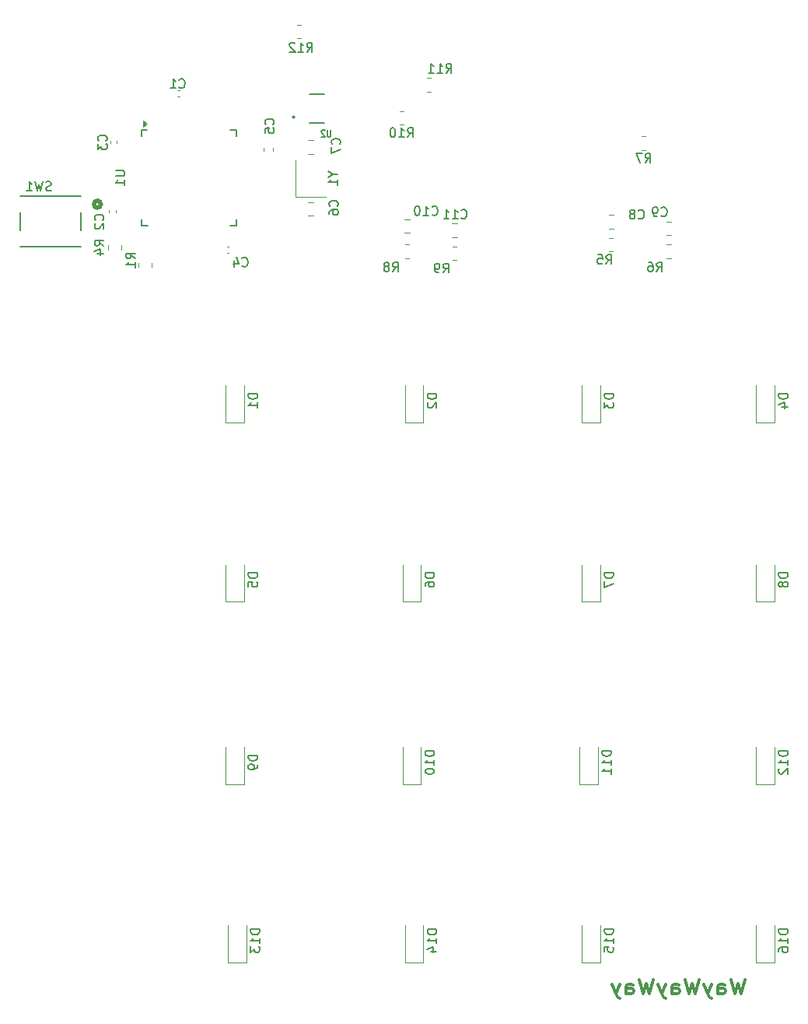
<source format=gbr>
%TF.GenerationSoftware,KiCad,Pcbnew,9.0.0*%
%TF.CreationDate,2025-06-12T15:56:33-06:00*%
%TF.ProjectId,final_macropad,66696e61-6c5f-46d6-9163-726f7061642e,rev?*%
%TF.SameCoordinates,Original*%
%TF.FileFunction,Legend,Bot*%
%TF.FilePolarity,Positive*%
%FSLAX46Y46*%
G04 Gerber Fmt 4.6, Leading zero omitted, Abs format (unit mm)*
G04 Created by KiCad (PCBNEW 9.0.0) date 2025-06-12 15:56:33*
%MOMM*%
%LPD*%
G01*
G04 APERTURE LIST*
%ADD10C,0.300000*%
%ADD11C,0.150000*%
%ADD12C,0.120000*%
%ADD13C,0.152400*%
%ADD14C,0.508000*%
%ADD15C,0.127000*%
%ADD16C,0.200000*%
G04 APERTURE END LIST*
D10*
X110292632Y-131523828D02*
X109869298Y-133023828D01*
X109869298Y-133023828D02*
X109530632Y-131952400D01*
X109530632Y-131952400D02*
X109191965Y-133023828D01*
X109191965Y-133023828D02*
X108768632Y-131523828D01*
X107329298Y-133023828D02*
X107329298Y-132238114D01*
X107329298Y-132238114D02*
X107413965Y-132095257D01*
X107413965Y-132095257D02*
X107583298Y-132023828D01*
X107583298Y-132023828D02*
X107921965Y-132023828D01*
X107921965Y-132023828D02*
X108091298Y-132095257D01*
X107329298Y-132952400D02*
X107498632Y-133023828D01*
X107498632Y-133023828D02*
X107921965Y-133023828D01*
X107921965Y-133023828D02*
X108091298Y-132952400D01*
X108091298Y-132952400D02*
X108175965Y-132809542D01*
X108175965Y-132809542D02*
X108175965Y-132666685D01*
X108175965Y-132666685D02*
X108091298Y-132523828D01*
X108091298Y-132523828D02*
X107921965Y-132452400D01*
X107921965Y-132452400D02*
X107498632Y-132452400D01*
X107498632Y-132452400D02*
X107329298Y-132380971D01*
X106651965Y-132023828D02*
X106228631Y-133023828D01*
X105805298Y-132023828D02*
X106228631Y-133023828D01*
X106228631Y-133023828D02*
X106397965Y-133380971D01*
X106397965Y-133380971D02*
X106482631Y-133452400D01*
X106482631Y-133452400D02*
X106651965Y-133523828D01*
X105297298Y-131523828D02*
X104873964Y-133023828D01*
X104873964Y-133023828D02*
X104535298Y-131952400D01*
X104535298Y-131952400D02*
X104196631Y-133023828D01*
X104196631Y-133023828D02*
X103773298Y-131523828D01*
X102333964Y-133023828D02*
X102333964Y-132238114D01*
X102333964Y-132238114D02*
X102418631Y-132095257D01*
X102418631Y-132095257D02*
X102587964Y-132023828D01*
X102587964Y-132023828D02*
X102926631Y-132023828D01*
X102926631Y-132023828D02*
X103095964Y-132095257D01*
X102333964Y-132952400D02*
X102503298Y-133023828D01*
X102503298Y-133023828D02*
X102926631Y-133023828D01*
X102926631Y-133023828D02*
X103095964Y-132952400D01*
X103095964Y-132952400D02*
X103180631Y-132809542D01*
X103180631Y-132809542D02*
X103180631Y-132666685D01*
X103180631Y-132666685D02*
X103095964Y-132523828D01*
X103095964Y-132523828D02*
X102926631Y-132452400D01*
X102926631Y-132452400D02*
X102503298Y-132452400D01*
X102503298Y-132452400D02*
X102333964Y-132380971D01*
X101656631Y-132023828D02*
X101233297Y-133023828D01*
X100809964Y-132023828D02*
X101233297Y-133023828D01*
X101233297Y-133023828D02*
X101402631Y-133380971D01*
X101402631Y-133380971D02*
X101487297Y-133452400D01*
X101487297Y-133452400D02*
X101656631Y-133523828D01*
X100301964Y-131523828D02*
X99878630Y-133023828D01*
X99878630Y-133023828D02*
X99539964Y-131952400D01*
X99539964Y-131952400D02*
X99201297Y-133023828D01*
X99201297Y-133023828D02*
X98777964Y-131523828D01*
X97338630Y-133023828D02*
X97338630Y-132238114D01*
X97338630Y-132238114D02*
X97423297Y-132095257D01*
X97423297Y-132095257D02*
X97592630Y-132023828D01*
X97592630Y-132023828D02*
X97931297Y-132023828D01*
X97931297Y-132023828D02*
X98100630Y-132095257D01*
X97338630Y-132952400D02*
X97507964Y-133023828D01*
X97507964Y-133023828D02*
X97931297Y-133023828D01*
X97931297Y-133023828D02*
X98100630Y-132952400D01*
X98100630Y-132952400D02*
X98185297Y-132809542D01*
X98185297Y-132809542D02*
X98185297Y-132666685D01*
X98185297Y-132666685D02*
X98100630Y-132523828D01*
X98100630Y-132523828D02*
X97931297Y-132452400D01*
X97931297Y-132452400D02*
X97507964Y-132452400D01*
X97507964Y-132452400D02*
X97338630Y-132380971D01*
X96661297Y-132023828D02*
X96237963Y-133023828D01*
X95814630Y-132023828D02*
X96237963Y-133023828D01*
X96237963Y-133023828D02*
X96407297Y-133380971D01*
X96407297Y-133380971D02*
X96491963Y-133452400D01*
X96491963Y-133452400D02*
X96661297Y-133523828D01*
D11*
X65891580Y-47331333D02*
X65939200Y-47283714D01*
X65939200Y-47283714D02*
X65986819Y-47140857D01*
X65986819Y-47140857D02*
X65986819Y-47045619D01*
X65986819Y-47045619D02*
X65939200Y-46902762D01*
X65939200Y-46902762D02*
X65843961Y-46807524D01*
X65843961Y-46807524D02*
X65748723Y-46759905D01*
X65748723Y-46759905D02*
X65558247Y-46712286D01*
X65558247Y-46712286D02*
X65415390Y-46712286D01*
X65415390Y-46712286D02*
X65224914Y-46759905D01*
X65224914Y-46759905D02*
X65129676Y-46807524D01*
X65129676Y-46807524D02*
X65034438Y-46902762D01*
X65034438Y-46902762D02*
X64986819Y-47045619D01*
X64986819Y-47045619D02*
X64986819Y-47140857D01*
X64986819Y-47140857D02*
X65034438Y-47283714D01*
X65034438Y-47283714D02*
X65082057Y-47331333D01*
X64986819Y-48188476D02*
X64986819Y-47998000D01*
X64986819Y-47998000D02*
X65034438Y-47902762D01*
X65034438Y-47902762D02*
X65082057Y-47855143D01*
X65082057Y-47855143D02*
X65224914Y-47759905D01*
X65224914Y-47759905D02*
X65415390Y-47712286D01*
X65415390Y-47712286D02*
X65796342Y-47712286D01*
X65796342Y-47712286D02*
X65891580Y-47759905D01*
X65891580Y-47759905D02*
X65939200Y-47807524D01*
X65939200Y-47807524D02*
X65986819Y-47902762D01*
X65986819Y-47902762D02*
X65986819Y-48093238D01*
X65986819Y-48093238D02*
X65939200Y-48188476D01*
X65939200Y-48188476D02*
X65891580Y-48236095D01*
X65891580Y-48236095D02*
X65796342Y-48283714D01*
X65796342Y-48283714D02*
X65558247Y-48283714D01*
X65558247Y-48283714D02*
X65463009Y-48236095D01*
X65463009Y-48236095D02*
X65415390Y-48188476D01*
X65415390Y-48188476D02*
X65367771Y-48093238D01*
X65367771Y-48093238D02*
X65367771Y-47902762D01*
X65367771Y-47902762D02*
X65415390Y-47807524D01*
X65415390Y-47807524D02*
X65463009Y-47759905D01*
X65463009Y-47759905D02*
X65558247Y-47712286D01*
X66145580Y-40600333D02*
X66193200Y-40552714D01*
X66193200Y-40552714D02*
X66240819Y-40409857D01*
X66240819Y-40409857D02*
X66240819Y-40314619D01*
X66240819Y-40314619D02*
X66193200Y-40171762D01*
X66193200Y-40171762D02*
X66097961Y-40076524D01*
X66097961Y-40076524D02*
X66002723Y-40028905D01*
X66002723Y-40028905D02*
X65812247Y-39981286D01*
X65812247Y-39981286D02*
X65669390Y-39981286D01*
X65669390Y-39981286D02*
X65478914Y-40028905D01*
X65478914Y-40028905D02*
X65383676Y-40076524D01*
X65383676Y-40076524D02*
X65288438Y-40171762D01*
X65288438Y-40171762D02*
X65240819Y-40314619D01*
X65240819Y-40314619D02*
X65240819Y-40409857D01*
X65240819Y-40409857D02*
X65288438Y-40552714D01*
X65288438Y-40552714D02*
X65336057Y-40600333D01*
X65240819Y-40933667D02*
X65240819Y-41600333D01*
X65240819Y-41600333D02*
X66240819Y-41171762D01*
X58906580Y-38441333D02*
X58954200Y-38393714D01*
X58954200Y-38393714D02*
X59001819Y-38250857D01*
X59001819Y-38250857D02*
X59001819Y-38155619D01*
X59001819Y-38155619D02*
X58954200Y-38012762D01*
X58954200Y-38012762D02*
X58858961Y-37917524D01*
X58858961Y-37917524D02*
X58763723Y-37869905D01*
X58763723Y-37869905D02*
X58573247Y-37822286D01*
X58573247Y-37822286D02*
X58430390Y-37822286D01*
X58430390Y-37822286D02*
X58239914Y-37869905D01*
X58239914Y-37869905D02*
X58144676Y-37917524D01*
X58144676Y-37917524D02*
X58049438Y-38012762D01*
X58049438Y-38012762D02*
X58001819Y-38155619D01*
X58001819Y-38155619D02*
X58001819Y-38250857D01*
X58001819Y-38250857D02*
X58049438Y-38393714D01*
X58049438Y-38393714D02*
X58097057Y-38441333D01*
X58001819Y-39346095D02*
X58001819Y-38869905D01*
X58001819Y-38869905D02*
X58478009Y-38822286D01*
X58478009Y-38822286D02*
X58430390Y-38869905D01*
X58430390Y-38869905D02*
X58382771Y-38965143D01*
X58382771Y-38965143D02*
X58382771Y-39203238D01*
X58382771Y-39203238D02*
X58430390Y-39298476D01*
X58430390Y-39298476D02*
X58478009Y-39346095D01*
X58478009Y-39346095D02*
X58573247Y-39393714D01*
X58573247Y-39393714D02*
X58811342Y-39393714D01*
X58811342Y-39393714D02*
X58906580Y-39346095D01*
X58906580Y-39346095D02*
X58954200Y-39298476D01*
X58954200Y-39298476D02*
X59001819Y-39203238D01*
X59001819Y-39203238D02*
X59001819Y-38965143D01*
X59001819Y-38965143D02*
X58954200Y-38869905D01*
X58954200Y-38869905D02*
X58906580Y-38822286D01*
X73540857Y-39823819D02*
X73874190Y-39347628D01*
X74112285Y-39823819D02*
X74112285Y-38823819D01*
X74112285Y-38823819D02*
X73731333Y-38823819D01*
X73731333Y-38823819D02*
X73636095Y-38871438D01*
X73636095Y-38871438D02*
X73588476Y-38919057D01*
X73588476Y-38919057D02*
X73540857Y-39014295D01*
X73540857Y-39014295D02*
X73540857Y-39157152D01*
X73540857Y-39157152D02*
X73588476Y-39252390D01*
X73588476Y-39252390D02*
X73636095Y-39300009D01*
X73636095Y-39300009D02*
X73731333Y-39347628D01*
X73731333Y-39347628D02*
X74112285Y-39347628D01*
X72588476Y-39823819D02*
X73159904Y-39823819D01*
X72874190Y-39823819D02*
X72874190Y-38823819D01*
X72874190Y-38823819D02*
X72969428Y-38966676D01*
X72969428Y-38966676D02*
X73064666Y-39061914D01*
X73064666Y-39061914D02*
X73159904Y-39109533D01*
X71969428Y-38823819D02*
X71874190Y-38823819D01*
X71874190Y-38823819D02*
X71778952Y-38871438D01*
X71778952Y-38871438D02*
X71731333Y-38919057D01*
X71731333Y-38919057D02*
X71683714Y-39014295D01*
X71683714Y-39014295D02*
X71636095Y-39204771D01*
X71636095Y-39204771D02*
X71636095Y-39442866D01*
X71636095Y-39442866D02*
X71683714Y-39633342D01*
X71683714Y-39633342D02*
X71731333Y-39728580D01*
X71731333Y-39728580D02*
X71778952Y-39776200D01*
X71778952Y-39776200D02*
X71874190Y-39823819D01*
X71874190Y-39823819D02*
X71969428Y-39823819D01*
X71969428Y-39823819D02*
X72064666Y-39776200D01*
X72064666Y-39776200D02*
X72112285Y-39728580D01*
X72112285Y-39728580D02*
X72159904Y-39633342D01*
X72159904Y-39633342D02*
X72207523Y-39442866D01*
X72207523Y-39442866D02*
X72207523Y-39204771D01*
X72207523Y-39204771D02*
X72159904Y-39014295D01*
X72159904Y-39014295D02*
X72112285Y-38919057D01*
X72112285Y-38919057D02*
X72064666Y-38871438D01*
X72064666Y-38871438D02*
X71969428Y-38823819D01*
X57204819Y-107111905D02*
X56204819Y-107111905D01*
X56204819Y-107111905D02*
X56204819Y-107350000D01*
X56204819Y-107350000D02*
X56252438Y-107492857D01*
X56252438Y-107492857D02*
X56347676Y-107588095D01*
X56347676Y-107588095D02*
X56442914Y-107635714D01*
X56442914Y-107635714D02*
X56633390Y-107683333D01*
X56633390Y-107683333D02*
X56776247Y-107683333D01*
X56776247Y-107683333D02*
X56966723Y-107635714D01*
X56966723Y-107635714D02*
X57061961Y-107588095D01*
X57061961Y-107588095D02*
X57157200Y-107492857D01*
X57157200Y-107492857D02*
X57204819Y-107350000D01*
X57204819Y-107350000D02*
X57204819Y-107111905D01*
X57204819Y-108159524D02*
X57204819Y-108350000D01*
X57204819Y-108350000D02*
X57157200Y-108445238D01*
X57157200Y-108445238D02*
X57109580Y-108492857D01*
X57109580Y-108492857D02*
X56966723Y-108588095D01*
X56966723Y-108588095D02*
X56776247Y-108635714D01*
X56776247Y-108635714D02*
X56395295Y-108635714D01*
X56395295Y-108635714D02*
X56300057Y-108588095D01*
X56300057Y-108588095D02*
X56252438Y-108540476D01*
X56252438Y-108540476D02*
X56204819Y-108445238D01*
X56204819Y-108445238D02*
X56204819Y-108254762D01*
X56204819Y-108254762D02*
X56252438Y-108159524D01*
X56252438Y-108159524D02*
X56300057Y-108111905D01*
X56300057Y-108111905D02*
X56395295Y-108064286D01*
X56395295Y-108064286D02*
X56633390Y-108064286D01*
X56633390Y-108064286D02*
X56728628Y-108111905D01*
X56728628Y-108111905D02*
X56776247Y-108159524D01*
X56776247Y-108159524D02*
X56823866Y-108254762D01*
X56823866Y-108254762D02*
X56823866Y-108445238D01*
X56823866Y-108445238D02*
X56776247Y-108540476D01*
X56776247Y-108540476D02*
X56728628Y-108588095D01*
X56728628Y-108588095D02*
X56633390Y-108635714D01*
X79392857Y-48609580D02*
X79440476Y-48657200D01*
X79440476Y-48657200D02*
X79583333Y-48704819D01*
X79583333Y-48704819D02*
X79678571Y-48704819D01*
X79678571Y-48704819D02*
X79821428Y-48657200D01*
X79821428Y-48657200D02*
X79916666Y-48561961D01*
X79916666Y-48561961D02*
X79964285Y-48466723D01*
X79964285Y-48466723D02*
X80011904Y-48276247D01*
X80011904Y-48276247D02*
X80011904Y-48133390D01*
X80011904Y-48133390D02*
X79964285Y-47942914D01*
X79964285Y-47942914D02*
X79916666Y-47847676D01*
X79916666Y-47847676D02*
X79821428Y-47752438D01*
X79821428Y-47752438D02*
X79678571Y-47704819D01*
X79678571Y-47704819D02*
X79583333Y-47704819D01*
X79583333Y-47704819D02*
X79440476Y-47752438D01*
X79440476Y-47752438D02*
X79392857Y-47800057D01*
X78440476Y-48704819D02*
X79011904Y-48704819D01*
X78726190Y-48704819D02*
X78726190Y-47704819D01*
X78726190Y-47704819D02*
X78821428Y-47847676D01*
X78821428Y-47847676D02*
X78916666Y-47942914D01*
X78916666Y-47942914D02*
X79011904Y-47990533D01*
X77488095Y-48704819D02*
X78059523Y-48704819D01*
X77773809Y-48704819D02*
X77773809Y-47704819D01*
X77773809Y-47704819D02*
X77869047Y-47847676D01*
X77869047Y-47847676D02*
X77964285Y-47942914D01*
X77964285Y-47942914D02*
X78059523Y-47990533D01*
X95954819Y-87261905D02*
X94954819Y-87261905D01*
X94954819Y-87261905D02*
X94954819Y-87500000D01*
X94954819Y-87500000D02*
X95002438Y-87642857D01*
X95002438Y-87642857D02*
X95097676Y-87738095D01*
X95097676Y-87738095D02*
X95192914Y-87785714D01*
X95192914Y-87785714D02*
X95383390Y-87833333D01*
X95383390Y-87833333D02*
X95526247Y-87833333D01*
X95526247Y-87833333D02*
X95716723Y-87785714D01*
X95716723Y-87785714D02*
X95811961Y-87738095D01*
X95811961Y-87738095D02*
X95907200Y-87642857D01*
X95907200Y-87642857D02*
X95954819Y-87500000D01*
X95954819Y-87500000D02*
X95954819Y-87261905D01*
X94954819Y-88166667D02*
X94954819Y-88833333D01*
X94954819Y-88833333D02*
X95954819Y-88404762D01*
X40728580Y-40219333D02*
X40776200Y-40171714D01*
X40776200Y-40171714D02*
X40823819Y-40028857D01*
X40823819Y-40028857D02*
X40823819Y-39933619D01*
X40823819Y-39933619D02*
X40776200Y-39790762D01*
X40776200Y-39790762D02*
X40680961Y-39695524D01*
X40680961Y-39695524D02*
X40585723Y-39647905D01*
X40585723Y-39647905D02*
X40395247Y-39600286D01*
X40395247Y-39600286D02*
X40252390Y-39600286D01*
X40252390Y-39600286D02*
X40061914Y-39647905D01*
X40061914Y-39647905D02*
X39966676Y-39695524D01*
X39966676Y-39695524D02*
X39871438Y-39790762D01*
X39871438Y-39790762D02*
X39823819Y-39933619D01*
X39823819Y-39933619D02*
X39823819Y-40028857D01*
X39823819Y-40028857D02*
X39871438Y-40171714D01*
X39871438Y-40171714D02*
X39919057Y-40219333D01*
X39823819Y-40552667D02*
X39823819Y-41171714D01*
X39823819Y-41171714D02*
X40204771Y-40838381D01*
X40204771Y-40838381D02*
X40204771Y-40981238D01*
X40204771Y-40981238D02*
X40252390Y-41076476D01*
X40252390Y-41076476D02*
X40300009Y-41124095D01*
X40300009Y-41124095D02*
X40395247Y-41171714D01*
X40395247Y-41171714D02*
X40633342Y-41171714D01*
X40633342Y-41171714D02*
X40728580Y-41124095D01*
X40728580Y-41124095D02*
X40776200Y-41076476D01*
X40776200Y-41076476D02*
X40823819Y-40981238D01*
X40823819Y-40981238D02*
X40823819Y-40695524D01*
X40823819Y-40695524D02*
X40776200Y-40600286D01*
X40776200Y-40600286D02*
X40728580Y-40552667D01*
X71916666Y-54454819D02*
X72249999Y-53978628D01*
X72488094Y-54454819D02*
X72488094Y-53454819D01*
X72488094Y-53454819D02*
X72107142Y-53454819D01*
X72107142Y-53454819D02*
X72011904Y-53502438D01*
X72011904Y-53502438D02*
X71964285Y-53550057D01*
X71964285Y-53550057D02*
X71916666Y-53645295D01*
X71916666Y-53645295D02*
X71916666Y-53788152D01*
X71916666Y-53788152D02*
X71964285Y-53883390D01*
X71964285Y-53883390D02*
X72011904Y-53931009D01*
X72011904Y-53931009D02*
X72107142Y-53978628D01*
X72107142Y-53978628D02*
X72488094Y-53978628D01*
X71345237Y-53883390D02*
X71440475Y-53835771D01*
X71440475Y-53835771D02*
X71488094Y-53788152D01*
X71488094Y-53788152D02*
X71535713Y-53692914D01*
X71535713Y-53692914D02*
X71535713Y-53645295D01*
X71535713Y-53645295D02*
X71488094Y-53550057D01*
X71488094Y-53550057D02*
X71440475Y-53502438D01*
X71440475Y-53502438D02*
X71345237Y-53454819D01*
X71345237Y-53454819D02*
X71154761Y-53454819D01*
X71154761Y-53454819D02*
X71059523Y-53502438D01*
X71059523Y-53502438D02*
X71011904Y-53550057D01*
X71011904Y-53550057D02*
X70964285Y-53645295D01*
X70964285Y-53645295D02*
X70964285Y-53692914D01*
X70964285Y-53692914D02*
X71011904Y-53788152D01*
X71011904Y-53788152D02*
X71059523Y-53835771D01*
X71059523Y-53835771D02*
X71154761Y-53883390D01*
X71154761Y-53883390D02*
X71345237Y-53883390D01*
X71345237Y-53883390D02*
X71440475Y-53931009D01*
X71440475Y-53931009D02*
X71488094Y-53978628D01*
X71488094Y-53978628D02*
X71535713Y-54073866D01*
X71535713Y-54073866D02*
X71535713Y-54264342D01*
X71535713Y-54264342D02*
X71488094Y-54359580D01*
X71488094Y-54359580D02*
X71440475Y-54407200D01*
X71440475Y-54407200D02*
X71345237Y-54454819D01*
X71345237Y-54454819D02*
X71154761Y-54454819D01*
X71154761Y-54454819D02*
X71059523Y-54407200D01*
X71059523Y-54407200D02*
X71011904Y-54359580D01*
X71011904Y-54359580D02*
X70964285Y-54264342D01*
X70964285Y-54264342D02*
X70964285Y-54073866D01*
X70964285Y-54073866D02*
X71011904Y-53978628D01*
X71011904Y-53978628D02*
X71059523Y-53931009D01*
X71059523Y-53931009D02*
X71154761Y-53883390D01*
X99416666Y-42604819D02*
X99749999Y-42128628D01*
X99988094Y-42604819D02*
X99988094Y-41604819D01*
X99988094Y-41604819D02*
X99607142Y-41604819D01*
X99607142Y-41604819D02*
X99511904Y-41652438D01*
X99511904Y-41652438D02*
X99464285Y-41700057D01*
X99464285Y-41700057D02*
X99416666Y-41795295D01*
X99416666Y-41795295D02*
X99416666Y-41938152D01*
X99416666Y-41938152D02*
X99464285Y-42033390D01*
X99464285Y-42033390D02*
X99511904Y-42081009D01*
X99511904Y-42081009D02*
X99607142Y-42128628D01*
X99607142Y-42128628D02*
X99988094Y-42128628D01*
X99083332Y-41604819D02*
X98416666Y-41604819D01*
X98416666Y-41604819D02*
X98845237Y-42604819D01*
X57204819Y-67761905D02*
X56204819Y-67761905D01*
X56204819Y-67761905D02*
X56204819Y-68000000D01*
X56204819Y-68000000D02*
X56252438Y-68142857D01*
X56252438Y-68142857D02*
X56347676Y-68238095D01*
X56347676Y-68238095D02*
X56442914Y-68285714D01*
X56442914Y-68285714D02*
X56633390Y-68333333D01*
X56633390Y-68333333D02*
X56776247Y-68333333D01*
X56776247Y-68333333D02*
X56966723Y-68285714D01*
X56966723Y-68285714D02*
X57061961Y-68238095D01*
X57061961Y-68238095D02*
X57157200Y-68142857D01*
X57157200Y-68142857D02*
X57204819Y-68000000D01*
X57204819Y-68000000D02*
X57204819Y-67761905D01*
X57204819Y-69285714D02*
X57204819Y-68714286D01*
X57204819Y-69000000D02*
X56204819Y-69000000D01*
X56204819Y-69000000D02*
X56347676Y-68904762D01*
X56347676Y-68904762D02*
X56442914Y-68809524D01*
X56442914Y-68809524D02*
X56490533Y-68714286D01*
X41754819Y-43488095D02*
X42564342Y-43488095D01*
X42564342Y-43488095D02*
X42659580Y-43535714D01*
X42659580Y-43535714D02*
X42707200Y-43583333D01*
X42707200Y-43583333D02*
X42754819Y-43678571D01*
X42754819Y-43678571D02*
X42754819Y-43869047D01*
X42754819Y-43869047D02*
X42707200Y-43964285D01*
X42707200Y-43964285D02*
X42659580Y-44011904D01*
X42659580Y-44011904D02*
X42564342Y-44059523D01*
X42564342Y-44059523D02*
X41754819Y-44059523D01*
X42754819Y-45059523D02*
X42754819Y-44488095D01*
X42754819Y-44773809D02*
X41754819Y-44773809D01*
X41754819Y-44773809D02*
X41897676Y-44678571D01*
X41897676Y-44678571D02*
X41992914Y-44583333D01*
X41992914Y-44583333D02*
X42040533Y-44488095D01*
X57454819Y-126035714D02*
X56454819Y-126035714D01*
X56454819Y-126035714D02*
X56454819Y-126273809D01*
X56454819Y-126273809D02*
X56502438Y-126416666D01*
X56502438Y-126416666D02*
X56597676Y-126511904D01*
X56597676Y-126511904D02*
X56692914Y-126559523D01*
X56692914Y-126559523D02*
X56883390Y-126607142D01*
X56883390Y-126607142D02*
X57026247Y-126607142D01*
X57026247Y-126607142D02*
X57216723Y-126559523D01*
X57216723Y-126559523D02*
X57311961Y-126511904D01*
X57311961Y-126511904D02*
X57407200Y-126416666D01*
X57407200Y-126416666D02*
X57454819Y-126273809D01*
X57454819Y-126273809D02*
X57454819Y-126035714D01*
X57454819Y-127559523D02*
X57454819Y-126988095D01*
X57454819Y-127273809D02*
X56454819Y-127273809D01*
X56454819Y-127273809D02*
X56597676Y-127178571D01*
X56597676Y-127178571D02*
X56692914Y-127083333D01*
X56692914Y-127083333D02*
X56740533Y-126988095D01*
X56454819Y-127892857D02*
X56454819Y-128511904D01*
X56454819Y-128511904D02*
X56835771Y-128178571D01*
X56835771Y-128178571D02*
X56835771Y-128321428D01*
X56835771Y-128321428D02*
X56883390Y-128416666D01*
X56883390Y-128416666D02*
X56931009Y-128464285D01*
X56931009Y-128464285D02*
X57026247Y-128511904D01*
X57026247Y-128511904D02*
X57264342Y-128511904D01*
X57264342Y-128511904D02*
X57359580Y-128464285D01*
X57359580Y-128464285D02*
X57407200Y-128416666D01*
X57407200Y-128416666D02*
X57454819Y-128321428D01*
X57454819Y-128321428D02*
X57454819Y-128035714D01*
X57454819Y-128035714D02*
X57407200Y-127940476D01*
X57407200Y-127940476D02*
X57359580Y-127892857D01*
X114954819Y-87261905D02*
X113954819Y-87261905D01*
X113954819Y-87261905D02*
X113954819Y-87500000D01*
X113954819Y-87500000D02*
X114002438Y-87642857D01*
X114002438Y-87642857D02*
X114097676Y-87738095D01*
X114097676Y-87738095D02*
X114192914Y-87785714D01*
X114192914Y-87785714D02*
X114383390Y-87833333D01*
X114383390Y-87833333D02*
X114526247Y-87833333D01*
X114526247Y-87833333D02*
X114716723Y-87785714D01*
X114716723Y-87785714D02*
X114811961Y-87738095D01*
X114811961Y-87738095D02*
X114907200Y-87642857D01*
X114907200Y-87642857D02*
X114954819Y-87500000D01*
X114954819Y-87500000D02*
X114954819Y-87261905D01*
X114383390Y-88404762D02*
X114335771Y-88309524D01*
X114335771Y-88309524D02*
X114288152Y-88261905D01*
X114288152Y-88261905D02*
X114192914Y-88214286D01*
X114192914Y-88214286D02*
X114145295Y-88214286D01*
X114145295Y-88214286D02*
X114050057Y-88261905D01*
X114050057Y-88261905D02*
X114002438Y-88309524D01*
X114002438Y-88309524D02*
X113954819Y-88404762D01*
X113954819Y-88404762D02*
X113954819Y-88595238D01*
X113954819Y-88595238D02*
X114002438Y-88690476D01*
X114002438Y-88690476D02*
X114050057Y-88738095D01*
X114050057Y-88738095D02*
X114145295Y-88785714D01*
X114145295Y-88785714D02*
X114192914Y-88785714D01*
X114192914Y-88785714D02*
X114288152Y-88738095D01*
X114288152Y-88738095D02*
X114335771Y-88690476D01*
X114335771Y-88690476D02*
X114383390Y-88595238D01*
X114383390Y-88595238D02*
X114383390Y-88404762D01*
X114383390Y-88404762D02*
X114431009Y-88309524D01*
X114431009Y-88309524D02*
X114478628Y-88261905D01*
X114478628Y-88261905D02*
X114573866Y-88214286D01*
X114573866Y-88214286D02*
X114764342Y-88214286D01*
X114764342Y-88214286D02*
X114859580Y-88261905D01*
X114859580Y-88261905D02*
X114907200Y-88309524D01*
X114907200Y-88309524D02*
X114954819Y-88404762D01*
X114954819Y-88404762D02*
X114954819Y-88595238D01*
X114954819Y-88595238D02*
X114907200Y-88690476D01*
X114907200Y-88690476D02*
X114859580Y-88738095D01*
X114859580Y-88738095D02*
X114764342Y-88785714D01*
X114764342Y-88785714D02*
X114573866Y-88785714D01*
X114573866Y-88785714D02*
X114478628Y-88738095D01*
X114478628Y-88738095D02*
X114431009Y-88690476D01*
X114431009Y-88690476D02*
X114383390Y-88595238D01*
X77416666Y-54567319D02*
X77749999Y-54091128D01*
X77988094Y-54567319D02*
X77988094Y-53567319D01*
X77988094Y-53567319D02*
X77607142Y-53567319D01*
X77607142Y-53567319D02*
X77511904Y-53614938D01*
X77511904Y-53614938D02*
X77464285Y-53662557D01*
X77464285Y-53662557D02*
X77416666Y-53757795D01*
X77416666Y-53757795D02*
X77416666Y-53900652D01*
X77416666Y-53900652D02*
X77464285Y-53995890D01*
X77464285Y-53995890D02*
X77511904Y-54043509D01*
X77511904Y-54043509D02*
X77607142Y-54091128D01*
X77607142Y-54091128D02*
X77988094Y-54091128D01*
X76940475Y-54567319D02*
X76749999Y-54567319D01*
X76749999Y-54567319D02*
X76654761Y-54519700D01*
X76654761Y-54519700D02*
X76607142Y-54472080D01*
X76607142Y-54472080D02*
X76511904Y-54329223D01*
X76511904Y-54329223D02*
X76464285Y-54138747D01*
X76464285Y-54138747D02*
X76464285Y-53757795D01*
X76464285Y-53757795D02*
X76511904Y-53662557D01*
X76511904Y-53662557D02*
X76559523Y-53614938D01*
X76559523Y-53614938D02*
X76654761Y-53567319D01*
X76654761Y-53567319D02*
X76845237Y-53567319D01*
X76845237Y-53567319D02*
X76940475Y-53614938D01*
X76940475Y-53614938D02*
X76988094Y-53662557D01*
X76988094Y-53662557D02*
X77035713Y-53757795D01*
X77035713Y-53757795D02*
X77035713Y-53995890D01*
X77035713Y-53995890D02*
X76988094Y-54091128D01*
X76988094Y-54091128D02*
X76940475Y-54138747D01*
X76940475Y-54138747D02*
X76845237Y-54186366D01*
X76845237Y-54186366D02*
X76654761Y-54186366D01*
X76654761Y-54186366D02*
X76559523Y-54138747D01*
X76559523Y-54138747D02*
X76511904Y-54091128D01*
X76511904Y-54091128D02*
X76464285Y-53995890D01*
X95954819Y-126035714D02*
X94954819Y-126035714D01*
X94954819Y-126035714D02*
X94954819Y-126273809D01*
X94954819Y-126273809D02*
X95002438Y-126416666D01*
X95002438Y-126416666D02*
X95097676Y-126511904D01*
X95097676Y-126511904D02*
X95192914Y-126559523D01*
X95192914Y-126559523D02*
X95383390Y-126607142D01*
X95383390Y-126607142D02*
X95526247Y-126607142D01*
X95526247Y-126607142D02*
X95716723Y-126559523D01*
X95716723Y-126559523D02*
X95811961Y-126511904D01*
X95811961Y-126511904D02*
X95907200Y-126416666D01*
X95907200Y-126416666D02*
X95954819Y-126273809D01*
X95954819Y-126273809D02*
X95954819Y-126035714D01*
X95954819Y-127559523D02*
X95954819Y-126988095D01*
X95954819Y-127273809D02*
X94954819Y-127273809D01*
X94954819Y-127273809D02*
X95097676Y-127178571D01*
X95097676Y-127178571D02*
X95192914Y-127083333D01*
X95192914Y-127083333D02*
X95240533Y-126988095D01*
X94954819Y-128464285D02*
X94954819Y-127988095D01*
X94954819Y-127988095D02*
X95431009Y-127940476D01*
X95431009Y-127940476D02*
X95383390Y-127988095D01*
X95383390Y-127988095D02*
X95335771Y-128083333D01*
X95335771Y-128083333D02*
X95335771Y-128321428D01*
X95335771Y-128321428D02*
X95383390Y-128416666D01*
X95383390Y-128416666D02*
X95431009Y-128464285D01*
X95431009Y-128464285D02*
X95526247Y-128511904D01*
X95526247Y-128511904D02*
X95764342Y-128511904D01*
X95764342Y-128511904D02*
X95859580Y-128464285D01*
X95859580Y-128464285D02*
X95907200Y-128416666D01*
X95907200Y-128416666D02*
X95954819Y-128321428D01*
X95954819Y-128321428D02*
X95954819Y-128083333D01*
X95954819Y-128083333D02*
X95907200Y-127988095D01*
X95907200Y-127988095D02*
X95859580Y-127940476D01*
X76704819Y-67761905D02*
X75704819Y-67761905D01*
X75704819Y-67761905D02*
X75704819Y-68000000D01*
X75704819Y-68000000D02*
X75752438Y-68142857D01*
X75752438Y-68142857D02*
X75847676Y-68238095D01*
X75847676Y-68238095D02*
X75942914Y-68285714D01*
X75942914Y-68285714D02*
X76133390Y-68333333D01*
X76133390Y-68333333D02*
X76276247Y-68333333D01*
X76276247Y-68333333D02*
X76466723Y-68285714D01*
X76466723Y-68285714D02*
X76561961Y-68238095D01*
X76561961Y-68238095D02*
X76657200Y-68142857D01*
X76657200Y-68142857D02*
X76704819Y-68000000D01*
X76704819Y-68000000D02*
X76704819Y-67761905D01*
X75800057Y-68714286D02*
X75752438Y-68761905D01*
X75752438Y-68761905D02*
X75704819Y-68857143D01*
X75704819Y-68857143D02*
X75704819Y-69095238D01*
X75704819Y-69095238D02*
X75752438Y-69190476D01*
X75752438Y-69190476D02*
X75800057Y-69238095D01*
X75800057Y-69238095D02*
X75895295Y-69285714D01*
X75895295Y-69285714D02*
X75990533Y-69285714D01*
X75990533Y-69285714D02*
X76133390Y-69238095D01*
X76133390Y-69238095D02*
X76704819Y-68666667D01*
X76704819Y-68666667D02*
X76704819Y-69285714D01*
X114954819Y-126035714D02*
X113954819Y-126035714D01*
X113954819Y-126035714D02*
X113954819Y-126273809D01*
X113954819Y-126273809D02*
X114002438Y-126416666D01*
X114002438Y-126416666D02*
X114097676Y-126511904D01*
X114097676Y-126511904D02*
X114192914Y-126559523D01*
X114192914Y-126559523D02*
X114383390Y-126607142D01*
X114383390Y-126607142D02*
X114526247Y-126607142D01*
X114526247Y-126607142D02*
X114716723Y-126559523D01*
X114716723Y-126559523D02*
X114811961Y-126511904D01*
X114811961Y-126511904D02*
X114907200Y-126416666D01*
X114907200Y-126416666D02*
X114954819Y-126273809D01*
X114954819Y-126273809D02*
X114954819Y-126035714D01*
X114954819Y-127559523D02*
X114954819Y-126988095D01*
X114954819Y-127273809D02*
X113954819Y-127273809D01*
X113954819Y-127273809D02*
X114097676Y-127178571D01*
X114097676Y-127178571D02*
X114192914Y-127083333D01*
X114192914Y-127083333D02*
X114240533Y-126988095D01*
X113954819Y-128416666D02*
X113954819Y-128226190D01*
X113954819Y-128226190D02*
X114002438Y-128130952D01*
X114002438Y-128130952D02*
X114050057Y-128083333D01*
X114050057Y-128083333D02*
X114192914Y-127988095D01*
X114192914Y-127988095D02*
X114383390Y-127940476D01*
X114383390Y-127940476D02*
X114764342Y-127940476D01*
X114764342Y-127940476D02*
X114859580Y-127988095D01*
X114859580Y-127988095D02*
X114907200Y-128035714D01*
X114907200Y-128035714D02*
X114954819Y-128130952D01*
X114954819Y-128130952D02*
X114954819Y-128321428D01*
X114954819Y-128321428D02*
X114907200Y-128416666D01*
X114907200Y-128416666D02*
X114859580Y-128464285D01*
X114859580Y-128464285D02*
X114764342Y-128511904D01*
X114764342Y-128511904D02*
X114526247Y-128511904D01*
X114526247Y-128511904D02*
X114431009Y-128464285D01*
X114431009Y-128464285D02*
X114383390Y-128416666D01*
X114383390Y-128416666D02*
X114335771Y-128321428D01*
X114335771Y-128321428D02*
X114335771Y-128130952D01*
X114335771Y-128130952D02*
X114383390Y-128035714D01*
X114383390Y-128035714D02*
X114431009Y-127988095D01*
X114431009Y-127988095D02*
X114526247Y-127940476D01*
X55538666Y-53826580D02*
X55586285Y-53874200D01*
X55586285Y-53874200D02*
X55729142Y-53921819D01*
X55729142Y-53921819D02*
X55824380Y-53921819D01*
X55824380Y-53921819D02*
X55967237Y-53874200D01*
X55967237Y-53874200D02*
X56062475Y-53778961D01*
X56062475Y-53778961D02*
X56110094Y-53683723D01*
X56110094Y-53683723D02*
X56157713Y-53493247D01*
X56157713Y-53493247D02*
X56157713Y-53350390D01*
X56157713Y-53350390D02*
X56110094Y-53159914D01*
X56110094Y-53159914D02*
X56062475Y-53064676D01*
X56062475Y-53064676D02*
X55967237Y-52969438D01*
X55967237Y-52969438D02*
X55824380Y-52921819D01*
X55824380Y-52921819D02*
X55729142Y-52921819D01*
X55729142Y-52921819D02*
X55586285Y-52969438D01*
X55586285Y-52969438D02*
X55538666Y-53017057D01*
X54681523Y-53255152D02*
X54681523Y-53921819D01*
X54919618Y-52874200D02*
X55157713Y-53588485D01*
X55157713Y-53588485D02*
X54538666Y-53588485D01*
X114954819Y-67761905D02*
X113954819Y-67761905D01*
X113954819Y-67761905D02*
X113954819Y-68000000D01*
X113954819Y-68000000D02*
X114002438Y-68142857D01*
X114002438Y-68142857D02*
X114097676Y-68238095D01*
X114097676Y-68238095D02*
X114192914Y-68285714D01*
X114192914Y-68285714D02*
X114383390Y-68333333D01*
X114383390Y-68333333D02*
X114526247Y-68333333D01*
X114526247Y-68333333D02*
X114716723Y-68285714D01*
X114716723Y-68285714D02*
X114811961Y-68238095D01*
X114811961Y-68238095D02*
X114907200Y-68142857D01*
X114907200Y-68142857D02*
X114954819Y-68000000D01*
X114954819Y-68000000D02*
X114954819Y-67761905D01*
X114288152Y-69190476D02*
X114954819Y-69190476D01*
X113907200Y-68952381D02*
X114621485Y-68714286D01*
X114621485Y-68714286D02*
X114621485Y-69333333D01*
X34734332Y-45619200D02*
X34591475Y-45666819D01*
X34591475Y-45666819D02*
X34353380Y-45666819D01*
X34353380Y-45666819D02*
X34258142Y-45619200D01*
X34258142Y-45619200D02*
X34210523Y-45571580D01*
X34210523Y-45571580D02*
X34162904Y-45476342D01*
X34162904Y-45476342D02*
X34162904Y-45381104D01*
X34162904Y-45381104D02*
X34210523Y-45285866D01*
X34210523Y-45285866D02*
X34258142Y-45238247D01*
X34258142Y-45238247D02*
X34353380Y-45190628D01*
X34353380Y-45190628D02*
X34543856Y-45143009D01*
X34543856Y-45143009D02*
X34639094Y-45095390D01*
X34639094Y-45095390D02*
X34686713Y-45047771D01*
X34686713Y-45047771D02*
X34734332Y-44952533D01*
X34734332Y-44952533D02*
X34734332Y-44857295D01*
X34734332Y-44857295D02*
X34686713Y-44762057D01*
X34686713Y-44762057D02*
X34639094Y-44714438D01*
X34639094Y-44714438D02*
X34543856Y-44666819D01*
X34543856Y-44666819D02*
X34305761Y-44666819D01*
X34305761Y-44666819D02*
X34162904Y-44714438D01*
X33829570Y-44666819D02*
X33591475Y-45666819D01*
X33591475Y-45666819D02*
X33400999Y-44952533D01*
X33400999Y-44952533D02*
X33210523Y-45666819D01*
X33210523Y-45666819D02*
X32972428Y-44666819D01*
X32067666Y-45666819D02*
X32639094Y-45666819D01*
X32353380Y-45666819D02*
X32353380Y-44666819D01*
X32353380Y-44666819D02*
X32448618Y-44809676D01*
X32448618Y-44809676D02*
X32543856Y-44904914D01*
X32543856Y-44904914D02*
X32639094Y-44952533D01*
X76207857Y-48238580D02*
X76255476Y-48286200D01*
X76255476Y-48286200D02*
X76398333Y-48333819D01*
X76398333Y-48333819D02*
X76493571Y-48333819D01*
X76493571Y-48333819D02*
X76636428Y-48286200D01*
X76636428Y-48286200D02*
X76731666Y-48190961D01*
X76731666Y-48190961D02*
X76779285Y-48095723D01*
X76779285Y-48095723D02*
X76826904Y-47905247D01*
X76826904Y-47905247D02*
X76826904Y-47762390D01*
X76826904Y-47762390D02*
X76779285Y-47571914D01*
X76779285Y-47571914D02*
X76731666Y-47476676D01*
X76731666Y-47476676D02*
X76636428Y-47381438D01*
X76636428Y-47381438D02*
X76493571Y-47333819D01*
X76493571Y-47333819D02*
X76398333Y-47333819D01*
X76398333Y-47333819D02*
X76255476Y-47381438D01*
X76255476Y-47381438D02*
X76207857Y-47429057D01*
X75255476Y-48333819D02*
X75826904Y-48333819D01*
X75541190Y-48333819D02*
X75541190Y-47333819D01*
X75541190Y-47333819D02*
X75636428Y-47476676D01*
X75636428Y-47476676D02*
X75731666Y-47571914D01*
X75731666Y-47571914D02*
X75826904Y-47619533D01*
X74636428Y-47333819D02*
X74541190Y-47333819D01*
X74541190Y-47333819D02*
X74445952Y-47381438D01*
X74445952Y-47381438D02*
X74398333Y-47429057D01*
X74398333Y-47429057D02*
X74350714Y-47524295D01*
X74350714Y-47524295D02*
X74303095Y-47714771D01*
X74303095Y-47714771D02*
X74303095Y-47952866D01*
X74303095Y-47952866D02*
X74350714Y-48143342D01*
X74350714Y-48143342D02*
X74398333Y-48238580D01*
X74398333Y-48238580D02*
X74445952Y-48286200D01*
X74445952Y-48286200D02*
X74541190Y-48333819D01*
X74541190Y-48333819D02*
X74636428Y-48333819D01*
X74636428Y-48333819D02*
X74731666Y-48286200D01*
X74731666Y-48286200D02*
X74779285Y-48238580D01*
X74779285Y-48238580D02*
X74826904Y-48143342D01*
X74826904Y-48143342D02*
X74874523Y-47952866D01*
X74874523Y-47952866D02*
X74874523Y-47714771D01*
X74874523Y-47714771D02*
X74826904Y-47524295D01*
X74826904Y-47524295D02*
X74779285Y-47429057D01*
X74779285Y-47429057D02*
X74731666Y-47381438D01*
X74731666Y-47381438D02*
X74636428Y-47333819D01*
X95954819Y-67761905D02*
X94954819Y-67761905D01*
X94954819Y-67761905D02*
X94954819Y-68000000D01*
X94954819Y-68000000D02*
X95002438Y-68142857D01*
X95002438Y-68142857D02*
X95097676Y-68238095D01*
X95097676Y-68238095D02*
X95192914Y-68285714D01*
X95192914Y-68285714D02*
X95383390Y-68333333D01*
X95383390Y-68333333D02*
X95526247Y-68333333D01*
X95526247Y-68333333D02*
X95716723Y-68285714D01*
X95716723Y-68285714D02*
X95811961Y-68238095D01*
X95811961Y-68238095D02*
X95907200Y-68142857D01*
X95907200Y-68142857D02*
X95954819Y-68000000D01*
X95954819Y-68000000D02*
X95954819Y-67761905D01*
X94954819Y-68666667D02*
X94954819Y-69285714D01*
X94954819Y-69285714D02*
X95335771Y-68952381D01*
X95335771Y-68952381D02*
X95335771Y-69095238D01*
X95335771Y-69095238D02*
X95383390Y-69190476D01*
X95383390Y-69190476D02*
X95431009Y-69238095D01*
X95431009Y-69238095D02*
X95526247Y-69285714D01*
X95526247Y-69285714D02*
X95764342Y-69285714D01*
X95764342Y-69285714D02*
X95859580Y-69238095D01*
X95859580Y-69238095D02*
X95907200Y-69190476D01*
X95907200Y-69190476D02*
X95954819Y-69095238D01*
X95954819Y-69095238D02*
X95954819Y-68809524D01*
X95954819Y-68809524D02*
X95907200Y-68714286D01*
X95907200Y-68714286D02*
X95859580Y-68666667D01*
X62591921Y-30553819D02*
X62925254Y-30077628D01*
X63163349Y-30553819D02*
X63163349Y-29553819D01*
X63163349Y-29553819D02*
X62782397Y-29553819D01*
X62782397Y-29553819D02*
X62687159Y-29601438D01*
X62687159Y-29601438D02*
X62639540Y-29649057D01*
X62639540Y-29649057D02*
X62591921Y-29744295D01*
X62591921Y-29744295D02*
X62591921Y-29887152D01*
X62591921Y-29887152D02*
X62639540Y-29982390D01*
X62639540Y-29982390D02*
X62687159Y-30030009D01*
X62687159Y-30030009D02*
X62782397Y-30077628D01*
X62782397Y-30077628D02*
X63163349Y-30077628D01*
X61639540Y-30553819D02*
X62210968Y-30553819D01*
X61925254Y-30553819D02*
X61925254Y-29553819D01*
X61925254Y-29553819D02*
X62020492Y-29696676D01*
X62020492Y-29696676D02*
X62115730Y-29791914D01*
X62115730Y-29791914D02*
X62210968Y-29839533D01*
X61258587Y-29649057D02*
X61210968Y-29601438D01*
X61210968Y-29601438D02*
X61115730Y-29553819D01*
X61115730Y-29553819D02*
X60877635Y-29553819D01*
X60877635Y-29553819D02*
X60782397Y-29601438D01*
X60782397Y-29601438D02*
X60734778Y-29649057D01*
X60734778Y-29649057D02*
X60687159Y-29744295D01*
X60687159Y-29744295D02*
X60687159Y-29839533D01*
X60687159Y-29839533D02*
X60734778Y-29982390D01*
X60734778Y-29982390D02*
X61306206Y-30553819D01*
X61306206Y-30553819D02*
X60687159Y-30553819D01*
X95166666Y-53626819D02*
X95499999Y-53150628D01*
X95738094Y-53626819D02*
X95738094Y-52626819D01*
X95738094Y-52626819D02*
X95357142Y-52626819D01*
X95357142Y-52626819D02*
X95261904Y-52674438D01*
X95261904Y-52674438D02*
X95214285Y-52722057D01*
X95214285Y-52722057D02*
X95166666Y-52817295D01*
X95166666Y-52817295D02*
X95166666Y-52960152D01*
X95166666Y-52960152D02*
X95214285Y-53055390D01*
X95214285Y-53055390D02*
X95261904Y-53103009D01*
X95261904Y-53103009D02*
X95357142Y-53150628D01*
X95357142Y-53150628D02*
X95738094Y-53150628D01*
X94261904Y-52626819D02*
X94738094Y-52626819D01*
X94738094Y-52626819D02*
X94785713Y-53103009D01*
X94785713Y-53103009D02*
X94738094Y-53055390D01*
X94738094Y-53055390D02*
X94642856Y-53007771D01*
X94642856Y-53007771D02*
X94404761Y-53007771D01*
X94404761Y-53007771D02*
X94309523Y-53055390D01*
X94309523Y-53055390D02*
X94261904Y-53103009D01*
X94261904Y-53103009D02*
X94214285Y-53198247D01*
X94214285Y-53198247D02*
X94214285Y-53436342D01*
X94214285Y-53436342D02*
X94261904Y-53531580D01*
X94261904Y-53531580D02*
X94309523Y-53579200D01*
X94309523Y-53579200D02*
X94404761Y-53626819D01*
X94404761Y-53626819D02*
X94642856Y-53626819D01*
X94642856Y-53626819D02*
X94738094Y-53579200D01*
X94738094Y-53579200D02*
X94785713Y-53531580D01*
X65170619Y-39015295D02*
X65170619Y-39662914D01*
X65170619Y-39662914D02*
X65140142Y-39739104D01*
X65140142Y-39739104D02*
X65109666Y-39777200D01*
X65109666Y-39777200D02*
X65048714Y-39815295D01*
X65048714Y-39815295D02*
X64926809Y-39815295D01*
X64926809Y-39815295D02*
X64865857Y-39777200D01*
X64865857Y-39777200D02*
X64835380Y-39739104D01*
X64835380Y-39739104D02*
X64804904Y-39662914D01*
X64804904Y-39662914D02*
X64804904Y-39015295D01*
X64530619Y-39091485D02*
X64500143Y-39053390D01*
X64500143Y-39053390D02*
X64439190Y-39015295D01*
X64439190Y-39015295D02*
X64286809Y-39015295D01*
X64286809Y-39015295D02*
X64225857Y-39053390D01*
X64225857Y-39053390D02*
X64195381Y-39091485D01*
X64195381Y-39091485D02*
X64164904Y-39167676D01*
X64164904Y-39167676D02*
X64164904Y-39243866D01*
X64164904Y-39243866D02*
X64195381Y-39358152D01*
X64195381Y-39358152D02*
X64561095Y-39815295D01*
X64561095Y-39815295D02*
X64164904Y-39815295D01*
X40364580Y-48855333D02*
X40412200Y-48807714D01*
X40412200Y-48807714D02*
X40459819Y-48664857D01*
X40459819Y-48664857D02*
X40459819Y-48569619D01*
X40459819Y-48569619D02*
X40412200Y-48426762D01*
X40412200Y-48426762D02*
X40316961Y-48331524D01*
X40316961Y-48331524D02*
X40221723Y-48283905D01*
X40221723Y-48283905D02*
X40031247Y-48236286D01*
X40031247Y-48236286D02*
X39888390Y-48236286D01*
X39888390Y-48236286D02*
X39697914Y-48283905D01*
X39697914Y-48283905D02*
X39602676Y-48331524D01*
X39602676Y-48331524D02*
X39507438Y-48426762D01*
X39507438Y-48426762D02*
X39459819Y-48569619D01*
X39459819Y-48569619D02*
X39459819Y-48664857D01*
X39459819Y-48664857D02*
X39507438Y-48807714D01*
X39507438Y-48807714D02*
X39555057Y-48855333D01*
X39555057Y-49236286D02*
X39507438Y-49283905D01*
X39507438Y-49283905D02*
X39459819Y-49379143D01*
X39459819Y-49379143D02*
X39459819Y-49617238D01*
X39459819Y-49617238D02*
X39507438Y-49712476D01*
X39507438Y-49712476D02*
X39555057Y-49760095D01*
X39555057Y-49760095D02*
X39650295Y-49807714D01*
X39650295Y-49807714D02*
X39745533Y-49807714D01*
X39745533Y-49807714D02*
X39888390Y-49760095D01*
X39888390Y-49760095D02*
X40459819Y-49188667D01*
X40459819Y-49188667D02*
X40459819Y-49807714D01*
X114954819Y-106635714D02*
X113954819Y-106635714D01*
X113954819Y-106635714D02*
X113954819Y-106873809D01*
X113954819Y-106873809D02*
X114002438Y-107016666D01*
X114002438Y-107016666D02*
X114097676Y-107111904D01*
X114097676Y-107111904D02*
X114192914Y-107159523D01*
X114192914Y-107159523D02*
X114383390Y-107207142D01*
X114383390Y-107207142D02*
X114526247Y-107207142D01*
X114526247Y-107207142D02*
X114716723Y-107159523D01*
X114716723Y-107159523D02*
X114811961Y-107111904D01*
X114811961Y-107111904D02*
X114907200Y-107016666D01*
X114907200Y-107016666D02*
X114954819Y-106873809D01*
X114954819Y-106873809D02*
X114954819Y-106635714D01*
X114954819Y-108159523D02*
X114954819Y-107588095D01*
X114954819Y-107873809D02*
X113954819Y-107873809D01*
X113954819Y-107873809D02*
X114097676Y-107778571D01*
X114097676Y-107778571D02*
X114192914Y-107683333D01*
X114192914Y-107683333D02*
X114240533Y-107588095D01*
X114050057Y-108540476D02*
X114002438Y-108588095D01*
X114002438Y-108588095D02*
X113954819Y-108683333D01*
X113954819Y-108683333D02*
X113954819Y-108921428D01*
X113954819Y-108921428D02*
X114002438Y-109016666D01*
X114002438Y-109016666D02*
X114050057Y-109064285D01*
X114050057Y-109064285D02*
X114145295Y-109111904D01*
X114145295Y-109111904D02*
X114240533Y-109111904D01*
X114240533Y-109111904D02*
X114383390Y-109064285D01*
X114383390Y-109064285D02*
X114954819Y-108492857D01*
X114954819Y-108492857D02*
X114954819Y-109111904D01*
X57204819Y-87261905D02*
X56204819Y-87261905D01*
X56204819Y-87261905D02*
X56204819Y-87500000D01*
X56204819Y-87500000D02*
X56252438Y-87642857D01*
X56252438Y-87642857D02*
X56347676Y-87738095D01*
X56347676Y-87738095D02*
X56442914Y-87785714D01*
X56442914Y-87785714D02*
X56633390Y-87833333D01*
X56633390Y-87833333D02*
X56776247Y-87833333D01*
X56776247Y-87833333D02*
X56966723Y-87785714D01*
X56966723Y-87785714D02*
X57061961Y-87738095D01*
X57061961Y-87738095D02*
X57157200Y-87642857D01*
X57157200Y-87642857D02*
X57204819Y-87500000D01*
X57204819Y-87500000D02*
X57204819Y-87261905D01*
X56204819Y-88738095D02*
X56204819Y-88261905D01*
X56204819Y-88261905D02*
X56681009Y-88214286D01*
X56681009Y-88214286D02*
X56633390Y-88261905D01*
X56633390Y-88261905D02*
X56585771Y-88357143D01*
X56585771Y-88357143D02*
X56585771Y-88595238D01*
X56585771Y-88595238D02*
X56633390Y-88690476D01*
X56633390Y-88690476D02*
X56681009Y-88738095D01*
X56681009Y-88738095D02*
X56776247Y-88785714D01*
X56776247Y-88785714D02*
X57014342Y-88785714D01*
X57014342Y-88785714D02*
X57109580Y-88738095D01*
X57109580Y-88738095D02*
X57157200Y-88690476D01*
X57157200Y-88690476D02*
X57204819Y-88595238D01*
X57204819Y-88595238D02*
X57204819Y-88357143D01*
X57204819Y-88357143D02*
X57157200Y-88261905D01*
X57157200Y-88261905D02*
X57109580Y-88214286D01*
X76704819Y-126035714D02*
X75704819Y-126035714D01*
X75704819Y-126035714D02*
X75704819Y-126273809D01*
X75704819Y-126273809D02*
X75752438Y-126416666D01*
X75752438Y-126416666D02*
X75847676Y-126511904D01*
X75847676Y-126511904D02*
X75942914Y-126559523D01*
X75942914Y-126559523D02*
X76133390Y-126607142D01*
X76133390Y-126607142D02*
X76276247Y-126607142D01*
X76276247Y-126607142D02*
X76466723Y-126559523D01*
X76466723Y-126559523D02*
X76561961Y-126511904D01*
X76561961Y-126511904D02*
X76657200Y-126416666D01*
X76657200Y-126416666D02*
X76704819Y-126273809D01*
X76704819Y-126273809D02*
X76704819Y-126035714D01*
X76704819Y-127559523D02*
X76704819Y-126988095D01*
X76704819Y-127273809D02*
X75704819Y-127273809D01*
X75704819Y-127273809D02*
X75847676Y-127178571D01*
X75847676Y-127178571D02*
X75942914Y-127083333D01*
X75942914Y-127083333D02*
X75990533Y-126988095D01*
X76038152Y-128416666D02*
X76704819Y-128416666D01*
X75657200Y-128178571D02*
X76371485Y-127940476D01*
X76371485Y-127940476D02*
X76371485Y-128559523D01*
X40460819Y-51649333D02*
X39984628Y-51316000D01*
X40460819Y-51077905D02*
X39460819Y-51077905D01*
X39460819Y-51077905D02*
X39460819Y-51458857D01*
X39460819Y-51458857D02*
X39508438Y-51554095D01*
X39508438Y-51554095D02*
X39556057Y-51601714D01*
X39556057Y-51601714D02*
X39651295Y-51649333D01*
X39651295Y-51649333D02*
X39794152Y-51649333D01*
X39794152Y-51649333D02*
X39889390Y-51601714D01*
X39889390Y-51601714D02*
X39937009Y-51554095D01*
X39937009Y-51554095D02*
X39984628Y-51458857D01*
X39984628Y-51458857D02*
X39984628Y-51077905D01*
X39794152Y-52506476D02*
X40460819Y-52506476D01*
X39413200Y-52268381D02*
X40127485Y-52030286D01*
X40127485Y-52030286D02*
X40127485Y-52649333D01*
X43888819Y-53046333D02*
X43412628Y-52713000D01*
X43888819Y-52474905D02*
X42888819Y-52474905D01*
X42888819Y-52474905D02*
X42888819Y-52855857D01*
X42888819Y-52855857D02*
X42936438Y-52951095D01*
X42936438Y-52951095D02*
X42984057Y-52998714D01*
X42984057Y-52998714D02*
X43079295Y-53046333D01*
X43079295Y-53046333D02*
X43222152Y-53046333D01*
X43222152Y-53046333D02*
X43317390Y-52998714D01*
X43317390Y-52998714D02*
X43365009Y-52951095D01*
X43365009Y-52951095D02*
X43412628Y-52855857D01*
X43412628Y-52855857D02*
X43412628Y-52474905D01*
X43888819Y-53998714D02*
X43888819Y-53427286D01*
X43888819Y-53713000D02*
X42888819Y-53713000D01*
X42888819Y-53713000D02*
X43031676Y-53617762D01*
X43031676Y-53617762D02*
X43126914Y-53522524D01*
X43126914Y-53522524D02*
X43174533Y-53427286D01*
X76454819Y-106635714D02*
X75454819Y-106635714D01*
X75454819Y-106635714D02*
X75454819Y-106873809D01*
X75454819Y-106873809D02*
X75502438Y-107016666D01*
X75502438Y-107016666D02*
X75597676Y-107111904D01*
X75597676Y-107111904D02*
X75692914Y-107159523D01*
X75692914Y-107159523D02*
X75883390Y-107207142D01*
X75883390Y-107207142D02*
X76026247Y-107207142D01*
X76026247Y-107207142D02*
X76216723Y-107159523D01*
X76216723Y-107159523D02*
X76311961Y-107111904D01*
X76311961Y-107111904D02*
X76407200Y-107016666D01*
X76407200Y-107016666D02*
X76454819Y-106873809D01*
X76454819Y-106873809D02*
X76454819Y-106635714D01*
X76454819Y-108159523D02*
X76454819Y-107588095D01*
X76454819Y-107873809D02*
X75454819Y-107873809D01*
X75454819Y-107873809D02*
X75597676Y-107778571D01*
X75597676Y-107778571D02*
X75692914Y-107683333D01*
X75692914Y-107683333D02*
X75740533Y-107588095D01*
X75454819Y-108778571D02*
X75454819Y-108873809D01*
X75454819Y-108873809D02*
X75502438Y-108969047D01*
X75502438Y-108969047D02*
X75550057Y-109016666D01*
X75550057Y-109016666D02*
X75645295Y-109064285D01*
X75645295Y-109064285D02*
X75835771Y-109111904D01*
X75835771Y-109111904D02*
X76073866Y-109111904D01*
X76073866Y-109111904D02*
X76264342Y-109064285D01*
X76264342Y-109064285D02*
X76359580Y-109016666D01*
X76359580Y-109016666D02*
X76407200Y-108969047D01*
X76407200Y-108969047D02*
X76454819Y-108873809D01*
X76454819Y-108873809D02*
X76454819Y-108778571D01*
X76454819Y-108778571D02*
X76407200Y-108683333D01*
X76407200Y-108683333D02*
X76359580Y-108635714D01*
X76359580Y-108635714D02*
X76264342Y-108588095D01*
X76264342Y-108588095D02*
X76073866Y-108540476D01*
X76073866Y-108540476D02*
X75835771Y-108540476D01*
X75835771Y-108540476D02*
X75645295Y-108588095D01*
X75645295Y-108588095D02*
X75550057Y-108635714D01*
X75550057Y-108635714D02*
X75502438Y-108683333D01*
X75502438Y-108683333D02*
X75454819Y-108778571D01*
X48680666Y-34395580D02*
X48728285Y-34443200D01*
X48728285Y-34443200D02*
X48871142Y-34490819D01*
X48871142Y-34490819D02*
X48966380Y-34490819D01*
X48966380Y-34490819D02*
X49109237Y-34443200D01*
X49109237Y-34443200D02*
X49204475Y-34347961D01*
X49204475Y-34347961D02*
X49252094Y-34252723D01*
X49252094Y-34252723D02*
X49299713Y-34062247D01*
X49299713Y-34062247D02*
X49299713Y-33919390D01*
X49299713Y-33919390D02*
X49252094Y-33728914D01*
X49252094Y-33728914D02*
X49204475Y-33633676D01*
X49204475Y-33633676D02*
X49109237Y-33538438D01*
X49109237Y-33538438D02*
X48966380Y-33490819D01*
X48966380Y-33490819D02*
X48871142Y-33490819D01*
X48871142Y-33490819D02*
X48728285Y-33538438D01*
X48728285Y-33538438D02*
X48680666Y-33586057D01*
X47728285Y-34490819D02*
X48299713Y-34490819D01*
X48013999Y-34490819D02*
X48013999Y-33490819D01*
X48013999Y-33490819D02*
X48109237Y-33633676D01*
X48109237Y-33633676D02*
X48204475Y-33728914D01*
X48204475Y-33728914D02*
X48299713Y-33776533D01*
X76454819Y-87261905D02*
X75454819Y-87261905D01*
X75454819Y-87261905D02*
X75454819Y-87500000D01*
X75454819Y-87500000D02*
X75502438Y-87642857D01*
X75502438Y-87642857D02*
X75597676Y-87738095D01*
X75597676Y-87738095D02*
X75692914Y-87785714D01*
X75692914Y-87785714D02*
X75883390Y-87833333D01*
X75883390Y-87833333D02*
X76026247Y-87833333D01*
X76026247Y-87833333D02*
X76216723Y-87785714D01*
X76216723Y-87785714D02*
X76311961Y-87738095D01*
X76311961Y-87738095D02*
X76407200Y-87642857D01*
X76407200Y-87642857D02*
X76454819Y-87500000D01*
X76454819Y-87500000D02*
X76454819Y-87261905D01*
X75454819Y-88690476D02*
X75454819Y-88500000D01*
X75454819Y-88500000D02*
X75502438Y-88404762D01*
X75502438Y-88404762D02*
X75550057Y-88357143D01*
X75550057Y-88357143D02*
X75692914Y-88261905D01*
X75692914Y-88261905D02*
X75883390Y-88214286D01*
X75883390Y-88214286D02*
X76264342Y-88214286D01*
X76264342Y-88214286D02*
X76359580Y-88261905D01*
X76359580Y-88261905D02*
X76407200Y-88309524D01*
X76407200Y-88309524D02*
X76454819Y-88404762D01*
X76454819Y-88404762D02*
X76454819Y-88595238D01*
X76454819Y-88595238D02*
X76407200Y-88690476D01*
X76407200Y-88690476D02*
X76359580Y-88738095D01*
X76359580Y-88738095D02*
X76264342Y-88785714D01*
X76264342Y-88785714D02*
X76026247Y-88785714D01*
X76026247Y-88785714D02*
X75931009Y-88738095D01*
X75931009Y-88738095D02*
X75883390Y-88690476D01*
X75883390Y-88690476D02*
X75835771Y-88595238D01*
X75835771Y-88595238D02*
X75835771Y-88404762D01*
X75835771Y-88404762D02*
X75883390Y-88309524D01*
X75883390Y-88309524D02*
X75931009Y-88261905D01*
X75931009Y-88261905D02*
X76026247Y-88214286D01*
X95704819Y-106635714D02*
X94704819Y-106635714D01*
X94704819Y-106635714D02*
X94704819Y-106873809D01*
X94704819Y-106873809D02*
X94752438Y-107016666D01*
X94752438Y-107016666D02*
X94847676Y-107111904D01*
X94847676Y-107111904D02*
X94942914Y-107159523D01*
X94942914Y-107159523D02*
X95133390Y-107207142D01*
X95133390Y-107207142D02*
X95276247Y-107207142D01*
X95276247Y-107207142D02*
X95466723Y-107159523D01*
X95466723Y-107159523D02*
X95561961Y-107111904D01*
X95561961Y-107111904D02*
X95657200Y-107016666D01*
X95657200Y-107016666D02*
X95704819Y-106873809D01*
X95704819Y-106873809D02*
X95704819Y-106635714D01*
X95704819Y-108159523D02*
X95704819Y-107588095D01*
X95704819Y-107873809D02*
X94704819Y-107873809D01*
X94704819Y-107873809D02*
X94847676Y-107778571D01*
X94847676Y-107778571D02*
X94942914Y-107683333D01*
X94942914Y-107683333D02*
X94990533Y-107588095D01*
X95704819Y-109111904D02*
X95704819Y-108540476D01*
X95704819Y-108826190D02*
X94704819Y-108826190D01*
X94704819Y-108826190D02*
X94847676Y-108730952D01*
X94847676Y-108730952D02*
X94942914Y-108635714D01*
X94942914Y-108635714D02*
X94990533Y-108540476D01*
X100666666Y-54454819D02*
X100999999Y-53978628D01*
X101238094Y-54454819D02*
X101238094Y-53454819D01*
X101238094Y-53454819D02*
X100857142Y-53454819D01*
X100857142Y-53454819D02*
X100761904Y-53502438D01*
X100761904Y-53502438D02*
X100714285Y-53550057D01*
X100714285Y-53550057D02*
X100666666Y-53645295D01*
X100666666Y-53645295D02*
X100666666Y-53788152D01*
X100666666Y-53788152D02*
X100714285Y-53883390D01*
X100714285Y-53883390D02*
X100761904Y-53931009D01*
X100761904Y-53931009D02*
X100857142Y-53978628D01*
X100857142Y-53978628D02*
X101238094Y-53978628D01*
X99809523Y-53454819D02*
X99999999Y-53454819D01*
X99999999Y-53454819D02*
X100095237Y-53502438D01*
X100095237Y-53502438D02*
X100142856Y-53550057D01*
X100142856Y-53550057D02*
X100238094Y-53692914D01*
X100238094Y-53692914D02*
X100285713Y-53883390D01*
X100285713Y-53883390D02*
X100285713Y-54264342D01*
X100285713Y-54264342D02*
X100238094Y-54359580D01*
X100238094Y-54359580D02*
X100190475Y-54407200D01*
X100190475Y-54407200D02*
X100095237Y-54454819D01*
X100095237Y-54454819D02*
X99904761Y-54454819D01*
X99904761Y-54454819D02*
X99809523Y-54407200D01*
X99809523Y-54407200D02*
X99761904Y-54359580D01*
X99761904Y-54359580D02*
X99714285Y-54264342D01*
X99714285Y-54264342D02*
X99714285Y-54026247D01*
X99714285Y-54026247D02*
X99761904Y-53931009D01*
X99761904Y-53931009D02*
X99809523Y-53883390D01*
X99809523Y-53883390D02*
X99904761Y-53835771D01*
X99904761Y-53835771D02*
X100095237Y-53835771D01*
X100095237Y-53835771D02*
X100190475Y-53883390D01*
X100190475Y-53883390D02*
X100238094Y-53931009D01*
X100238094Y-53931009D02*
X100285713Y-54026247D01*
X77738857Y-32826819D02*
X78072190Y-32350628D01*
X78310285Y-32826819D02*
X78310285Y-31826819D01*
X78310285Y-31826819D02*
X77929333Y-31826819D01*
X77929333Y-31826819D02*
X77834095Y-31874438D01*
X77834095Y-31874438D02*
X77786476Y-31922057D01*
X77786476Y-31922057D02*
X77738857Y-32017295D01*
X77738857Y-32017295D02*
X77738857Y-32160152D01*
X77738857Y-32160152D02*
X77786476Y-32255390D01*
X77786476Y-32255390D02*
X77834095Y-32303009D01*
X77834095Y-32303009D02*
X77929333Y-32350628D01*
X77929333Y-32350628D02*
X78310285Y-32350628D01*
X76786476Y-32826819D02*
X77357904Y-32826819D01*
X77072190Y-32826819D02*
X77072190Y-31826819D01*
X77072190Y-31826819D02*
X77167428Y-31969676D01*
X77167428Y-31969676D02*
X77262666Y-32064914D01*
X77262666Y-32064914D02*
X77357904Y-32112533D01*
X75834095Y-32826819D02*
X76405523Y-32826819D01*
X76119809Y-32826819D02*
X76119809Y-31826819D01*
X76119809Y-31826819D02*
X76215047Y-31969676D01*
X76215047Y-31969676D02*
X76310285Y-32064914D01*
X76310285Y-32064914D02*
X76405523Y-32112533D01*
X65420628Y-43846809D02*
X65896819Y-43846809D01*
X64896819Y-43513476D02*
X65420628Y-43846809D01*
X65420628Y-43846809D02*
X64896819Y-44180142D01*
X65896819Y-45037285D02*
X65896819Y-44465857D01*
X65896819Y-44751571D02*
X64896819Y-44751571D01*
X64896819Y-44751571D02*
X65039676Y-44656333D01*
X65039676Y-44656333D02*
X65134914Y-44561095D01*
X65134914Y-44561095D02*
X65182533Y-44465857D01*
X98666666Y-48631580D02*
X98714285Y-48679200D01*
X98714285Y-48679200D02*
X98857142Y-48726819D01*
X98857142Y-48726819D02*
X98952380Y-48726819D01*
X98952380Y-48726819D02*
X99095237Y-48679200D01*
X99095237Y-48679200D02*
X99190475Y-48583961D01*
X99190475Y-48583961D02*
X99238094Y-48488723D01*
X99238094Y-48488723D02*
X99285713Y-48298247D01*
X99285713Y-48298247D02*
X99285713Y-48155390D01*
X99285713Y-48155390D02*
X99238094Y-47964914D01*
X99238094Y-47964914D02*
X99190475Y-47869676D01*
X99190475Y-47869676D02*
X99095237Y-47774438D01*
X99095237Y-47774438D02*
X98952380Y-47726819D01*
X98952380Y-47726819D02*
X98857142Y-47726819D01*
X98857142Y-47726819D02*
X98714285Y-47774438D01*
X98714285Y-47774438D02*
X98666666Y-47822057D01*
X98095237Y-48155390D02*
X98190475Y-48107771D01*
X98190475Y-48107771D02*
X98238094Y-48060152D01*
X98238094Y-48060152D02*
X98285713Y-47964914D01*
X98285713Y-47964914D02*
X98285713Y-47917295D01*
X98285713Y-47917295D02*
X98238094Y-47822057D01*
X98238094Y-47822057D02*
X98190475Y-47774438D01*
X98190475Y-47774438D02*
X98095237Y-47726819D01*
X98095237Y-47726819D02*
X97904761Y-47726819D01*
X97904761Y-47726819D02*
X97809523Y-47774438D01*
X97809523Y-47774438D02*
X97761904Y-47822057D01*
X97761904Y-47822057D02*
X97714285Y-47917295D01*
X97714285Y-47917295D02*
X97714285Y-47964914D01*
X97714285Y-47964914D02*
X97761904Y-48060152D01*
X97761904Y-48060152D02*
X97809523Y-48107771D01*
X97809523Y-48107771D02*
X97904761Y-48155390D01*
X97904761Y-48155390D02*
X98095237Y-48155390D01*
X98095237Y-48155390D02*
X98190475Y-48203009D01*
X98190475Y-48203009D02*
X98238094Y-48250628D01*
X98238094Y-48250628D02*
X98285713Y-48345866D01*
X98285713Y-48345866D02*
X98285713Y-48536342D01*
X98285713Y-48536342D02*
X98238094Y-48631580D01*
X98238094Y-48631580D02*
X98190475Y-48679200D01*
X98190475Y-48679200D02*
X98095237Y-48726819D01*
X98095237Y-48726819D02*
X97904761Y-48726819D01*
X97904761Y-48726819D02*
X97809523Y-48679200D01*
X97809523Y-48679200D02*
X97761904Y-48631580D01*
X97761904Y-48631580D02*
X97714285Y-48536342D01*
X97714285Y-48536342D02*
X97714285Y-48345866D01*
X97714285Y-48345866D02*
X97761904Y-48250628D01*
X97761904Y-48250628D02*
X97809523Y-48203009D01*
X97809523Y-48203009D02*
X97904761Y-48155390D01*
X101166666Y-48359580D02*
X101214285Y-48407200D01*
X101214285Y-48407200D02*
X101357142Y-48454819D01*
X101357142Y-48454819D02*
X101452380Y-48454819D01*
X101452380Y-48454819D02*
X101595237Y-48407200D01*
X101595237Y-48407200D02*
X101690475Y-48311961D01*
X101690475Y-48311961D02*
X101738094Y-48216723D01*
X101738094Y-48216723D02*
X101785713Y-48026247D01*
X101785713Y-48026247D02*
X101785713Y-47883390D01*
X101785713Y-47883390D02*
X101738094Y-47692914D01*
X101738094Y-47692914D02*
X101690475Y-47597676D01*
X101690475Y-47597676D02*
X101595237Y-47502438D01*
X101595237Y-47502438D02*
X101452380Y-47454819D01*
X101452380Y-47454819D02*
X101357142Y-47454819D01*
X101357142Y-47454819D02*
X101214285Y-47502438D01*
X101214285Y-47502438D02*
X101166666Y-47550057D01*
X100690475Y-48454819D02*
X100499999Y-48454819D01*
X100499999Y-48454819D02*
X100404761Y-48407200D01*
X100404761Y-48407200D02*
X100357142Y-48359580D01*
X100357142Y-48359580D02*
X100261904Y-48216723D01*
X100261904Y-48216723D02*
X100214285Y-48026247D01*
X100214285Y-48026247D02*
X100214285Y-47645295D01*
X100214285Y-47645295D02*
X100261904Y-47550057D01*
X100261904Y-47550057D02*
X100309523Y-47502438D01*
X100309523Y-47502438D02*
X100404761Y-47454819D01*
X100404761Y-47454819D02*
X100595237Y-47454819D01*
X100595237Y-47454819D02*
X100690475Y-47502438D01*
X100690475Y-47502438D02*
X100738094Y-47550057D01*
X100738094Y-47550057D02*
X100785713Y-47645295D01*
X100785713Y-47645295D02*
X100785713Y-47883390D01*
X100785713Y-47883390D02*
X100738094Y-47978628D01*
X100738094Y-47978628D02*
X100690475Y-48026247D01*
X100690475Y-48026247D02*
X100595237Y-48073866D01*
X100595237Y-48073866D02*
X100404761Y-48073866D01*
X100404761Y-48073866D02*
X100309523Y-48026247D01*
X100309523Y-48026247D02*
X100261904Y-47978628D01*
X100261904Y-47978628D02*
X100214285Y-47883390D01*
D12*
%TO.C,C6*%
X63253252Y-46890000D02*
X62730748Y-46890000D01*
X63253252Y-48360000D02*
X62730748Y-48360000D01*
%TO.C,C7*%
X62730748Y-40159000D02*
X63253252Y-40159000D01*
X62730748Y-41629000D02*
X63253252Y-41629000D01*
%TO.C,C5*%
X57910000Y-41028233D02*
X57910000Y-41320767D01*
X58930000Y-41028233D02*
X58930000Y-41320767D01*
%TO.C,R10*%
X72670936Y-36984000D02*
X73125064Y-36984000D01*
X72670936Y-38454000D02*
X73125064Y-38454000D01*
%TO.C,D9*%
X53750000Y-110210000D02*
X53750000Y-106200000D01*
X55750000Y-110210000D02*
X53750000Y-110210000D01*
X55750000Y-110210000D02*
X55750000Y-106200000D01*
%TO.C,C11*%
X78401248Y-49227500D02*
X78923752Y-49227500D01*
X78401248Y-50697500D02*
X78923752Y-50697500D01*
%TO.C,D7*%
X92500000Y-90360000D02*
X92500000Y-86350000D01*
X94500000Y-90360000D02*
X92500000Y-90360000D01*
X94500000Y-90360000D02*
X94500000Y-86350000D01*
%TO.C,C3*%
X41169000Y-40270165D02*
X41169000Y-40501835D01*
X41889000Y-40270165D02*
X41889000Y-40501835D01*
%TO.C,R8*%
X73272936Y-51515000D02*
X73727064Y-51515000D01*
X73272936Y-52985000D02*
X73727064Y-52985000D01*
%TO.C,R7*%
X99022936Y-39765000D02*
X99477064Y-39765000D01*
X99022936Y-41235000D02*
X99477064Y-41235000D01*
%TO.C,D1*%
X53750000Y-70860000D02*
X53750000Y-66850000D01*
X55750000Y-70860000D02*
X53750000Y-70860000D01*
X55750000Y-70860000D02*
X55750000Y-66850000D01*
D11*
%TO.C,U1*%
X44575000Y-39075000D02*
X44575000Y-39750000D01*
X44575000Y-39075000D02*
X45190000Y-39075000D01*
X44575000Y-49425000D02*
X44575000Y-48750000D01*
X44575000Y-49425000D02*
X45250000Y-49425000D01*
X54925000Y-39075000D02*
X54250000Y-39075000D01*
X54925000Y-39075000D02*
X54925000Y-39750000D01*
X54925000Y-49425000D02*
X54250000Y-49425000D01*
X54925000Y-49425000D02*
X54925000Y-48750000D01*
D12*
X45210000Y-38390000D02*
X44740000Y-38730000D01*
X44740000Y-38050000D01*
X45210000Y-38390000D01*
G36*
X45210000Y-38390000D02*
G01*
X44740000Y-38730000D01*
X44740000Y-38050000D01*
X45210000Y-38390000D01*
G37*
%TO.C,D13*%
X54000000Y-129610000D02*
X54000000Y-125600000D01*
X56000000Y-129610000D02*
X54000000Y-129610000D01*
X56000000Y-129610000D02*
X56000000Y-125600000D01*
%TO.C,D8*%
X111500000Y-90360000D02*
X111500000Y-86350000D01*
X113500000Y-90360000D02*
X111500000Y-90360000D01*
X113500000Y-90360000D02*
X113500000Y-86350000D01*
%TO.C,R9*%
X78435436Y-51727500D02*
X78889564Y-51727500D01*
X78435436Y-53197500D02*
X78889564Y-53197500D01*
%TO.C,D15*%
X92500000Y-129610000D02*
X92500000Y-125600000D01*
X94500000Y-129610000D02*
X92500000Y-129610000D01*
X94500000Y-129610000D02*
X94500000Y-125600000D01*
%TO.C,D2*%
X73250000Y-70860000D02*
X73250000Y-66850000D01*
X75250000Y-70860000D02*
X73250000Y-70860000D01*
X75250000Y-70860000D02*
X75250000Y-66850000D01*
%TO.C,D16*%
X111500000Y-129610000D02*
X111500000Y-125600000D01*
X113500000Y-129610000D02*
X111500000Y-129610000D01*
X113500000Y-129610000D02*
X113500000Y-125600000D01*
%TO.C,C4*%
X53859165Y-51710000D02*
X54090835Y-51710000D01*
X53859165Y-52430000D02*
X54090835Y-52430000D01*
%TO.C,D4*%
X111500000Y-70860000D02*
X111500000Y-66850000D01*
X113500000Y-70860000D02*
X111500000Y-70860000D01*
X113500000Y-70860000D02*
X113500000Y-66850000D01*
D13*
%TO.C,SW1*%
X31343600Y-46247650D02*
X37998400Y-46247650D01*
X31343600Y-49949309D02*
X31343600Y-48006991D01*
X37998400Y-48006991D02*
X37998400Y-49949309D01*
X37998400Y-51708650D02*
X31343600Y-51708650D01*
D14*
X40157400Y-47128150D02*
G75*
G02*
X39395400Y-47128150I-381000J0D01*
G01*
X39395400Y-47128150D02*
G75*
G02*
X40157400Y-47128150I381000J0D01*
G01*
D12*
%TO.C,C10*%
X73238748Y-48765000D02*
X73761252Y-48765000D01*
X73238748Y-50235000D02*
X73761252Y-50235000D01*
%TO.C,D3*%
X92500000Y-70860000D02*
X92500000Y-66850000D01*
X94500000Y-70860000D02*
X92500000Y-70860000D01*
X94500000Y-70860000D02*
X94500000Y-66850000D01*
%TO.C,R12*%
X61949064Y-27586000D02*
X61494936Y-27586000D01*
X61949064Y-29056000D02*
X61494936Y-29056000D01*
%TO.C,R5*%
X95435436Y-50787000D02*
X95889564Y-50787000D01*
X95435436Y-52257000D02*
X95889564Y-52257000D01*
D15*
%TO.C,U2*%
X64495500Y-35138000D02*
X62870500Y-35138000D01*
X64495500Y-38268000D02*
X62870500Y-38268000D01*
D16*
X61228000Y-37648000D02*
G75*
G02*
X61028000Y-37648000I-100000J0D01*
G01*
X61028000Y-37648000D02*
G75*
G02*
X61228000Y-37648000I100000J0D01*
G01*
D12*
%TO.C,C2*%
X41042000Y-47994835D02*
X41042000Y-47763165D01*
X41762000Y-47994835D02*
X41762000Y-47763165D01*
%TO.C,D12*%
X111500000Y-110210000D02*
X111500000Y-106200000D01*
X113500000Y-110210000D02*
X111500000Y-110210000D01*
X113500000Y-110210000D02*
X113500000Y-106200000D01*
%TO.C,D5*%
X53750000Y-90360000D02*
X53750000Y-86350000D01*
X55750000Y-90360000D02*
X53750000Y-90360000D01*
X55750000Y-90360000D02*
X55750000Y-86350000D01*
%TO.C,D14*%
X73250000Y-129610000D02*
X73250000Y-125600000D01*
X75250000Y-129610000D02*
X73250000Y-129610000D01*
X75250000Y-129610000D02*
X75250000Y-125600000D01*
%TO.C,R4*%
X40921000Y-51588936D02*
X40921000Y-52043064D01*
X42391000Y-51588936D02*
X42391000Y-52043064D01*
%TO.C,R1*%
X44223000Y-53493936D02*
X44223000Y-53948064D01*
X45693000Y-53493936D02*
X45693000Y-53948064D01*
%TO.C,D10*%
X73000000Y-110210000D02*
X73000000Y-106200000D01*
X75000000Y-110210000D02*
X73000000Y-110210000D01*
X75000000Y-110210000D02*
X75000000Y-106200000D01*
%TO.C,C1*%
X48697335Y-34692000D02*
X48465665Y-34692000D01*
X48697335Y-35412000D02*
X48465665Y-35412000D01*
%TO.C,D6*%
X73000000Y-90360000D02*
X73000000Y-86350000D01*
X75000000Y-90360000D02*
X73000000Y-90360000D01*
X75000000Y-90360000D02*
X75000000Y-86350000D01*
%TO.C,D11*%
X92250000Y-110210000D02*
X92250000Y-106200000D01*
X94250000Y-110210000D02*
X92250000Y-110210000D01*
X94250000Y-110210000D02*
X94250000Y-106200000D01*
%TO.C,R6*%
X101772936Y-51515000D02*
X102227064Y-51515000D01*
X101772936Y-52985000D02*
X102227064Y-52985000D01*
%TO.C,R11*%
X76073064Y-33387000D02*
X75618936Y-33387000D01*
X76073064Y-34857000D02*
X75618936Y-34857000D01*
%TO.C,Y1*%
X61342000Y-46323000D02*
X61342000Y-42323000D01*
X64642000Y-46323000D02*
X61342000Y-46323000D01*
%TO.C,C8*%
X95488748Y-48287000D02*
X96011252Y-48287000D01*
X95488748Y-49757000D02*
X96011252Y-49757000D01*
%TO.C,C9*%
X101738748Y-49015000D02*
X102261252Y-49015000D01*
X101738748Y-50485000D02*
X102261252Y-50485000D01*
%TD*%
M02*

</source>
